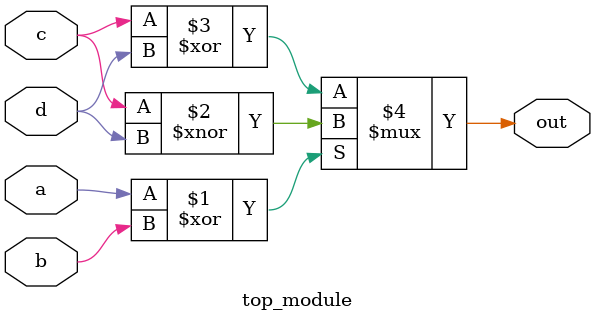
<source format=v>
module top_module(
    input a,
    input b,
    input c,
    input d,
    output out  ); 
   assign out =(a^b)?(c ~^ d):(c^d);
endmodule
// (or-better)
//     assign out =a^b^c^d;



</source>
